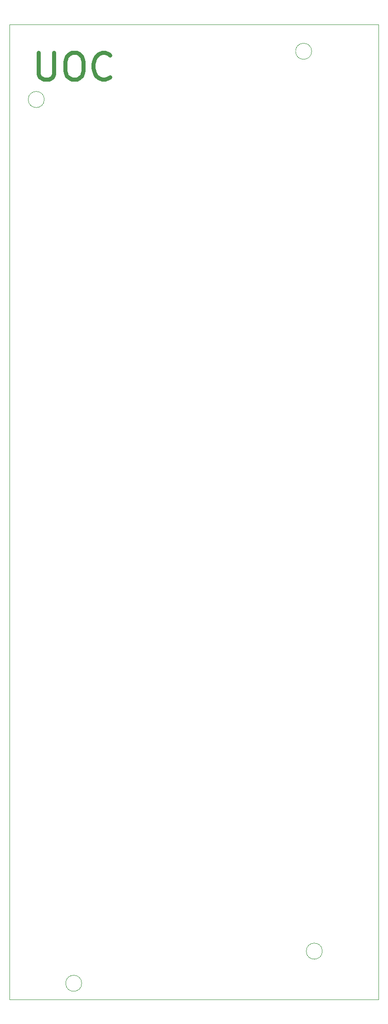
<source format=gbr>
%TF.GenerationSoftware,KiCad,Pcbnew,(6.0.8)*%
%TF.CreationDate,2022-11-05T23:26:06+09:00*%
%TF.ProjectId,CIRCUITOS,43495243-5549-4544-9f53-2e6b69636164,rev?*%
%TF.SameCoordinates,Original*%
%TF.FileFunction,Profile,NP*%
%FSLAX46Y46*%
G04 Gerber Fmt 4.6, Leading zero omitted, Abs format (unit mm)*
G04 Created by KiCad (PCBNEW (6.0.8)) date 2022-11-05 23:26:06*
%MOMM*%
%LPD*%
G01*
G04 APERTURE LIST*
%TA.AperFunction,Profile*%
%ADD10C,0.100000*%
%TD*%
%ADD11C,0.750000*%
G04 APERTURE END LIST*
D10*
X161500000Y-187000000D02*
G75*
G03*
X161500000Y-187000000I-1500000J0D01*
G01*
X159500000Y-19000000D02*
G75*
G03*
X159500000Y-19000000I-1500000J0D01*
G01*
X116500000Y-193000000D02*
G75*
G03*
X116500000Y-193000000I-1500000J0D01*
G01*
X109500000Y-28000000D02*
G75*
G03*
X109500000Y-28000000I-1500000J0D01*
G01*
D11*
X108452380Y-19261904D02*
X108452380Y-23309523D01*
X108690476Y-23785714D01*
X108928571Y-24023809D01*
X109404761Y-24261904D01*
X110357142Y-24261904D01*
X110833333Y-24023809D01*
X111071428Y-23785714D01*
X111309523Y-23309523D01*
X111309523Y-19261904D01*
X114642857Y-19261904D02*
X115595238Y-19261904D01*
X116071428Y-19500000D01*
X116547619Y-19976190D01*
X116785714Y-20928571D01*
X116785714Y-22595238D01*
X116547619Y-23547619D01*
X116071428Y-24023809D01*
X115595238Y-24261904D01*
X114642857Y-24261904D01*
X114166666Y-24023809D01*
X113690476Y-23547619D01*
X113452380Y-22595238D01*
X113452380Y-20928571D01*
X113690476Y-19976190D01*
X114166666Y-19500000D01*
X114642857Y-19261904D01*
X121785714Y-23785714D02*
X121547619Y-24023809D01*
X120833333Y-24261904D01*
X120357142Y-24261904D01*
X119642857Y-24023809D01*
X119166666Y-23547619D01*
X118928571Y-23071428D01*
X118690476Y-22119047D01*
X118690476Y-21404761D01*
X118928571Y-20452380D01*
X119166666Y-19976190D01*
X119642857Y-19500000D01*
X120357142Y-19261904D01*
X120833333Y-19261904D01*
X121547619Y-19500000D01*
X121785714Y-19738095D01*
D10*
X172000000Y-196000000D02*
X103000000Y-196000000D01*
X103000000Y-196000000D02*
X103000000Y-14000000D01*
X103000000Y-14000000D02*
X172000000Y-14000000D01*
X172000000Y-14000000D02*
X172000000Y-196000000D01*
M02*

</source>
